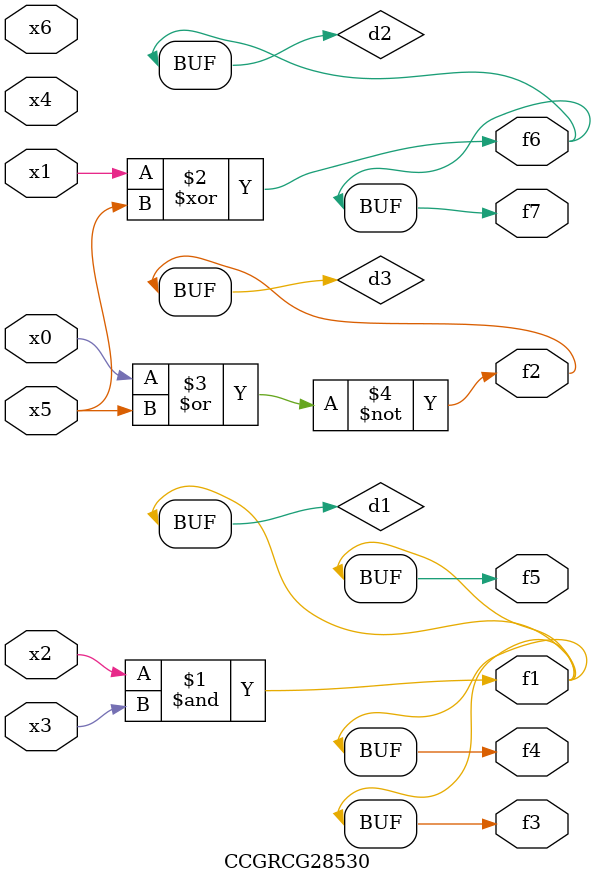
<source format=v>
module CCGRCG28530(
	input x0, x1, x2, x3, x4, x5, x6,
	output f1, f2, f3, f4, f5, f6, f7
);

	wire d1, d2, d3;

	and (d1, x2, x3);
	xor (d2, x1, x5);
	nor (d3, x0, x5);
	assign f1 = d1;
	assign f2 = d3;
	assign f3 = d1;
	assign f4 = d1;
	assign f5 = d1;
	assign f6 = d2;
	assign f7 = d2;
endmodule

</source>
